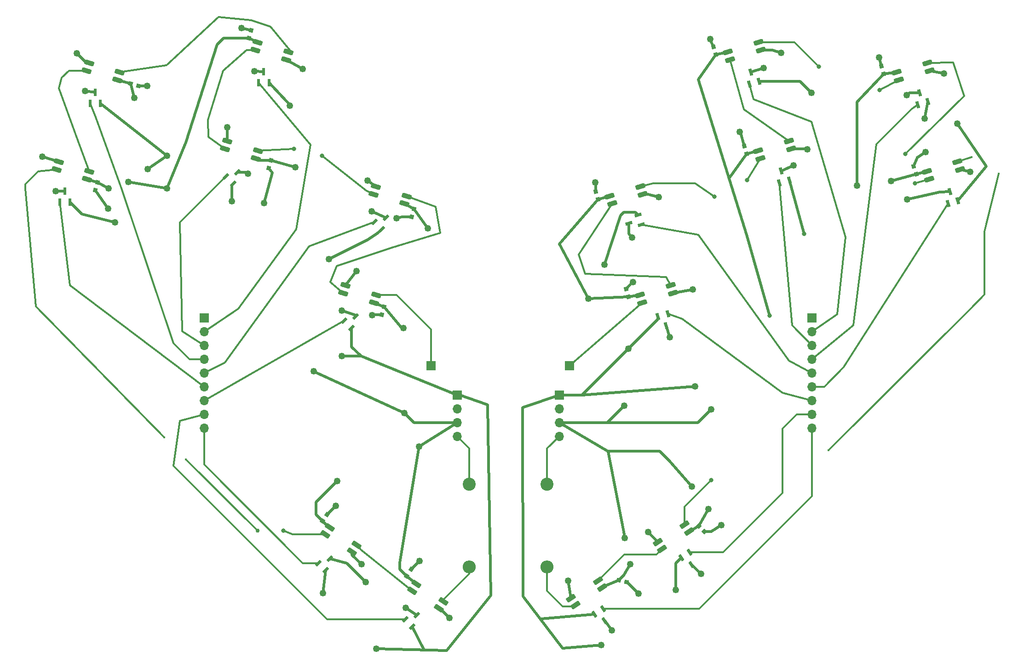
<source format=gbl>
G04 #@! TF.GenerationSoftware,KiCad,Pcbnew,(6.0.10)*
G04 #@! TF.CreationDate,2023-07-31T18:02:39+01:00*
G04 #@! TF.ProjectId,magnetonekeys,6d61676e-6574-46f6-9e65-6b6579732e6b,rev?*
G04 #@! TF.SameCoordinates,Original*
G04 #@! TF.FileFunction,Copper,L2,Bot*
G04 #@! TF.FilePolarity,Positive*
%FSLAX46Y46*%
G04 Gerber Fmt 4.6, Leading zero omitted, Abs format (unit mm)*
G04 Created by KiCad (PCBNEW (6.0.10)) date 2023-07-31 18:02:39*
%MOMM*%
%LPD*%
G01*
G04 APERTURE LIST*
G04 Aperture macros list*
%AMRoundRect*
0 Rectangle with rounded corners*
0 $1 Rounding radius*
0 $2 $3 $4 $5 $6 $7 $8 $9 X,Y pos of 4 corners*
0 Add a 4 corners polygon primitive as box body*
4,1,4,$2,$3,$4,$5,$6,$7,$8,$9,$2,$3,0*
0 Add four circle primitives for the rounded corners*
1,1,$1+$1,$2,$3*
1,1,$1+$1,$4,$5*
1,1,$1+$1,$6,$7*
1,1,$1+$1,$8,$9*
0 Add four rect primitives between the rounded corners*
20,1,$1+$1,$2,$3,$4,$5,0*
20,1,$1+$1,$4,$5,$6,$7,0*
20,1,$1+$1,$6,$7,$8,$9,0*
20,1,$1+$1,$8,$9,$2,$3,0*%
%AMRotRect*
0 Rectangle, with rotation*
0 The origin of the aperture is its center*
0 $1 length*
0 $2 width*
0 $3 Rotation angle, in degrees counterclockwise*
0 Add horizontal line*
21,1,$1,$2,0,0,$3*%
G04 Aperture macros list end*
G04 #@! TA.AperFunction,SMDPad,CuDef*
%ADD10RoundRect,0.225000X0.443559X0.556332X-0.688646X-0.178930X-0.443559X-0.556332X0.688646X0.178930X0*%
G04 #@! TD*
G04 #@! TA.AperFunction,ComponentPad*
%ADD11R,1.700000X1.700000*%
G04 #@! TD*
G04 #@! TA.AperFunction,ComponentPad*
%ADD12O,1.700000X1.700000*%
G04 #@! TD*
G04 #@! TA.AperFunction,SMDPad,CuDef*
%ADD13RoundRect,0.225000X-0.579722X-0.412519X0.711289X-0.017818X0.579722X0.412519X-0.711289X0.017818X0*%
G04 #@! TD*
G04 #@! TA.AperFunction,SMDPad,CuDef*
%ADD14RoundRect,0.225000X-0.688646X0.178930X0.443559X-0.556332X0.688646X-0.178930X-0.443559X0.556332X0*%
G04 #@! TD*
G04 #@! TA.AperFunction,SMDPad,CuDef*
%ADD15RoundRect,0.225000X-0.711289X-0.017818X0.579722X-0.412519X0.711289X0.017818X-0.579722X0.412519X0*%
G04 #@! TD*
G04 #@! TA.AperFunction,SMDPad,CuDef*
%ADD16RoundRect,0.225000X0.711289X0.017818X-0.579722X0.412519X-0.711289X-0.017818X0.579722X-0.412519X0*%
G04 #@! TD*
G04 #@! TA.AperFunction,SMDPad,CuDef*
%ADD17RotRect,0.800000X0.750000X56.000000*%
G04 #@! TD*
G04 #@! TA.AperFunction,SMDPad,CuDef*
%ADD18RotRect,0.800000X0.750000X253.000000*%
G04 #@! TD*
G04 #@! TA.AperFunction,SMDPad,CuDef*
%ADD19RoundRect,0.039200X0.405935X-0.504145X0.054621X0.644951X-0.405935X0.504145X-0.054621X-0.644951X0*%
G04 #@! TD*
G04 #@! TA.AperFunction,SMDPad,CuDef*
%ADD20RoundRect,0.039200X-0.405935X0.504145X-0.054621X-0.644951X0.405935X-0.504145X0.054621X0.644951X0*%
G04 #@! TD*
G04 #@! TA.AperFunction,SMDPad,CuDef*
%ADD21RotRect,0.800000X0.750000X73.000000*%
G04 #@! TD*
G04 #@! TA.AperFunction,SMDPad,CuDef*
%ADD22RotRect,0.800000X0.750000X343.000000*%
G04 #@! TD*
G04 #@! TA.AperFunction,SMDPad,CuDef*
%ADD23RotRect,0.800000X0.750000X107.000000*%
G04 #@! TD*
G04 #@! TA.AperFunction,SMDPad,CuDef*
%ADD24RotRect,0.800000X0.750000X316.000000*%
G04 #@! TD*
G04 #@! TA.AperFunction,SMDPad,CuDef*
%ADD25RoundRect,0.039200X-0.254558X-0.595101X0.595101X0.254558X0.254558X0.595101X-0.595101X-0.254558X0*%
G04 #@! TD*
G04 #@! TA.AperFunction,SMDPad,CuDef*
%ADD26RoundRect,0.039200X-0.529171X0.372724X0.125267X-0.635022X0.529171X-0.372724X-0.125267X0.635022X0*%
G04 #@! TD*
G04 #@! TA.AperFunction,ComponentPad*
%ADD27C,2.400000*%
G04 #@! TD*
G04 #@! TA.AperFunction,ComponentPad*
%ADD28O,2.400000X2.400000*%
G04 #@! TD*
G04 #@! TA.AperFunction,SMDPad,CuDef*
%ADD29RoundRect,0.039200X0.240800X-0.600800X0.240800X0.600800X-0.240800X0.600800X-0.240800X-0.600800X0*%
G04 #@! TD*
G04 #@! TA.AperFunction,SMDPad,CuDef*
%ADD30RoundRect,0.039200X0.504145X0.405935X-0.644951X0.054621X-0.504145X-0.405935X0.644951X-0.054621X0*%
G04 #@! TD*
G04 #@! TA.AperFunction,SMDPad,CuDef*
%ADD31RotRect,0.800000X0.750000X348.000000*%
G04 #@! TD*
G04 #@! TA.AperFunction,ViaPad*
%ADD32C,1.250000*%
G04 #@! TD*
G04 #@! TA.AperFunction,ViaPad*
%ADD33C,0.800000*%
G04 #@! TD*
G04 #@! TA.AperFunction,ViaPad*
%ADD34C,0.450000*%
G04 #@! TD*
G04 #@! TA.AperFunction,ViaPad*
%ADD35C,0.750000*%
G04 #@! TD*
G04 #@! TA.AperFunction,Conductor*
%ADD36C,0.500000*%
G04 #@! TD*
G04 #@! TA.AperFunction,Conductor*
%ADD37C,0.300000*%
G04 #@! TD*
G04 APERTURE END LIST*
D10*
X170897849Y-138676266D03*
X170080891Y-137418260D03*
X165132734Y-140631631D03*
X165949693Y-141889637D03*
D11*
X144170816Y-103174481D03*
D12*
X144170816Y-105714481D03*
X144170816Y-108254481D03*
X144170816Y-110794481D03*
D11*
X209493750Y-88966875D03*
D12*
X209493750Y-91506875D03*
X209493750Y-94046875D03*
X209493750Y-96586875D03*
X209493750Y-99126875D03*
X209493750Y-101666875D03*
X209493750Y-104206875D03*
X209493750Y-106746875D03*
X209493750Y-109286875D03*
D13*
X177834270Y-84708118D03*
X178272827Y-86142575D03*
X183915026Y-84417582D03*
X183476468Y-82983125D03*
D11*
X162975350Y-103174481D03*
D12*
X162975350Y-105714481D03*
X162975350Y-108254481D03*
X162975350Y-110794481D03*
D10*
X186874524Y-128300894D03*
X186057566Y-127042888D03*
X181109409Y-130256259D03*
X181926368Y-131514265D03*
D14*
X120730501Y-127594311D03*
X119913543Y-128852317D03*
X124861699Y-132065688D03*
X125678658Y-130807682D03*
D11*
X97653750Y-88956875D03*
D12*
X97653750Y-91496875D03*
X97653750Y-94036875D03*
X97653750Y-96576875D03*
X97653750Y-99116875D03*
X97653750Y-101656875D03*
X97653750Y-104196875D03*
X97653750Y-106736875D03*
X97653750Y-109276875D03*
D11*
X139408312Y-97786875D03*
X164872750Y-97786875D03*
D15*
X107482650Y-38193391D03*
X107044092Y-39627848D03*
X112686291Y-41352841D03*
X113124848Y-39918384D03*
D16*
X81646762Y-45143390D03*
X82085319Y-43708933D03*
X76443121Y-41983940D03*
X76004563Y-43418397D03*
X134443018Y-67924969D03*
X134881575Y-66490512D03*
X129239377Y-64765519D03*
X128800819Y-66199976D03*
D14*
X136707175Y-137969685D03*
X135890217Y-139227691D03*
X140838373Y-142441062D03*
X141655332Y-141183056D03*
D16*
X107116610Y-59570447D03*
X107555167Y-58135990D03*
X101912969Y-56410997D03*
X101474411Y-57845454D03*
D13*
X172264591Y-66490512D03*
X172703148Y-67924969D03*
X178345347Y-66199976D03*
X177906789Y-64765519D03*
D16*
X128873339Y-86142575D03*
X129311896Y-84708118D03*
X123669698Y-82983125D03*
X123231140Y-84417582D03*
D13*
X194021318Y-39918384D03*
X194459875Y-41352841D03*
X200102074Y-39627848D03*
X199663516Y-38193391D03*
X225060847Y-43708933D03*
X225499404Y-45143390D03*
X231141603Y-43418397D03*
X230703045Y-41983940D03*
X230630528Y-61926539D03*
X231069085Y-63360996D03*
X236711284Y-61636003D03*
X236272726Y-60201546D03*
X199590999Y-58135990D03*
X200029556Y-59570447D03*
X205671755Y-57845454D03*
X205233197Y-56410997D03*
D16*
X76077081Y-63360996D03*
X76515638Y-61926539D03*
X70873440Y-60201546D03*
X70434882Y-61636003D03*
D17*
X119405855Y-126408028D03*
X120244645Y-125164472D03*
D18*
X78036333Y-64025526D03*
X77597775Y-65459984D03*
D19*
X230794644Y-49124152D03*
X228977664Y-49679658D03*
X229286792Y-47441481D03*
D20*
X181151725Y-88718419D03*
X182968705Y-88162913D03*
X182659577Y-90401090D03*
D21*
X105844432Y-37367402D03*
X106282990Y-35932944D03*
D19*
X199755115Y-45333603D03*
X197938135Y-45889109D03*
X198247263Y-43650932D03*
X205324796Y-63551209D03*
X203507816Y-64106715D03*
X203816944Y-61868538D03*
D22*
X84104896Y-45795096D03*
X85539354Y-46233654D03*
D23*
X170119106Y-67088510D03*
X169680548Y-65654052D03*
D24*
X188629617Y-127289442D03*
X189708627Y-128331430D03*
D23*
X222725929Y-43993219D03*
X222287371Y-42558761D03*
D18*
X136280779Y-68937771D03*
X135842221Y-70372229D03*
D25*
X130302916Y-72599808D03*
X128959413Y-71256305D03*
X131080733Y-70478488D03*
D26*
X169427066Y-143572165D03*
X171020540Y-142537351D03*
X171340313Y-144774032D03*
D27*
X146393750Y-119595011D03*
D28*
X146393750Y-134835011D03*
D23*
X197503504Y-58754128D03*
X197064946Y-57319670D03*
X175696202Y-85069816D03*
X175257644Y-83635358D03*
D18*
X130760154Y-86969021D03*
X130321596Y-88403479D03*
X109905838Y-59906254D03*
X109467280Y-61340712D03*
D29*
X78509693Y-49446693D03*
X76609693Y-49446693D03*
X77559693Y-47396693D03*
D30*
X177492676Y-69995101D03*
X178048182Y-71812081D03*
X175810005Y-71502953D03*
D19*
X236364325Y-67341758D03*
X234547345Y-67897264D03*
X234856473Y-65659087D03*
D25*
X124733237Y-90817414D03*
X123389734Y-89473911D03*
X125511054Y-88696094D03*
X135952975Y-145862356D03*
X134609472Y-144518853D03*
X136730792Y-143741036D03*
D31*
X173924802Y-137312187D03*
X175392024Y-137624055D03*
D27*
X160752750Y-119595011D03*
D28*
X160752750Y-134835011D03*
D23*
X228679059Y-62447922D03*
X228240501Y-61013464D03*
X191769653Y-40421341D03*
X191331095Y-38986883D03*
D29*
X72940012Y-67664299D03*
X71040012Y-67664299D03*
X71990012Y-65614299D03*
D25*
X102976508Y-64245286D03*
X101633005Y-62901783D03*
X103754325Y-62123966D03*
D17*
X134883972Y-136508541D03*
X135722762Y-135264985D03*
D26*
X185403741Y-133196793D03*
X186997215Y-132161979D03*
X187316988Y-134398660D03*
D25*
X119976301Y-135486982D03*
X118632798Y-134143479D03*
X120754118Y-133365662D03*
D29*
X109549222Y-45656144D03*
X107649222Y-45656144D03*
X108599222Y-43606144D03*
D32*
X80059625Y-65064375D03*
X83631500Y-63873750D03*
X168343004Y-85430754D03*
X134280147Y-90846772D03*
X117784580Y-98776920D03*
X190399750Y-124156250D03*
X217784125Y-64625000D03*
X137209625Y-112689375D03*
X122139625Y-118988750D03*
X134489625Y-106458750D03*
X190955061Y-105783855D03*
X187430375Y-120015625D03*
X84770250Y-48443125D03*
X90775250Y-65064375D03*
X174921625Y-105106250D03*
X176072236Y-134358879D03*
D33*
X201670695Y-88519778D03*
D32*
X138779117Y-72467383D03*
X114371500Y-61165000D03*
X224009631Y-63706756D03*
X175061725Y-129504275D03*
X127403375Y-137665625D03*
X125693750Y-80326875D03*
X101890250Y-53823125D03*
X133070250Y-70633125D03*
X128500250Y-69303125D03*
X70330250Y-65623125D03*
X221821795Y-40958580D03*
X142740250Y-144213125D03*
X67800250Y-59273125D03*
X79950250Y-68823125D03*
X238590375Y-62045625D03*
X177537250Y-139733125D03*
X206070375Y-60815625D03*
X172641689Y-146557936D03*
X190747250Y-37563125D03*
X176520375Y-82395625D03*
X164602750Y-137356875D03*
X203857250Y-40133125D03*
X128580250Y-88433125D03*
X105728847Y-62364528D03*
X208647250Y-57873125D03*
X127733750Y-63676875D03*
X233750375Y-43935625D03*
X181267250Y-66723125D03*
X87150250Y-46243125D03*
X192770375Y-127125625D03*
X226974125Y-67119375D03*
X134763375Y-142415625D03*
X115723375Y-43075625D03*
X200589471Y-42914721D03*
X179307250Y-128443125D03*
X196237250Y-54653125D03*
X122993750Y-87616875D03*
X189077250Y-136153125D03*
X126590250Y-134363125D03*
X121830250Y-123603125D03*
X75755890Y-47107485D03*
X230380375Y-58385625D03*
X106862049Y-43524924D03*
X104490250Y-35503125D03*
X187587250Y-83743125D03*
X108690250Y-67803125D03*
X226897548Y-47893423D03*
X74200250Y-40173125D03*
X183317250Y-92563125D03*
X137290250Y-133733125D03*
X169647250Y-63963125D03*
X176387250Y-74113125D03*
D33*
X210742750Y-42635011D03*
X221928689Y-46933133D03*
X226652750Y-58775011D03*
X228442750Y-64185011D03*
X190955061Y-118880741D03*
D34*
X243827250Y-62373125D03*
X212521064Y-113388189D03*
X238880375Y-59333125D03*
D32*
X129289625Y-149926875D03*
X102681500Y-67445625D03*
X175678278Y-94674263D03*
X184406618Y-139121383D03*
X81180875Y-71376875D03*
X170714419Y-149241704D03*
X90775250Y-59111250D03*
X113390875Y-49846875D03*
X119519625Y-139688750D03*
X209395244Y-47457701D03*
X230245719Y-52205685D03*
X187978496Y-101616664D03*
X122922125Y-96020625D03*
X87216095Y-61505220D03*
X171281874Y-79131275D03*
X120603539Y-78098586D03*
D33*
X208070310Y-73488125D03*
D32*
X236237250Y-53183125D03*
D33*
X191567726Y-66578462D03*
X197520856Y-63601897D03*
X119350250Y-59111250D03*
X114121500Y-57815000D03*
D34*
X94282750Y-115006250D03*
X90282750Y-111006250D03*
D33*
X112206500Y-128167500D03*
D35*
X107444000Y-128167500D03*
D36*
X169427066Y-143572165D02*
X159583750Y-144416875D01*
X163570663Y-149837017D02*
X170714419Y-149241704D01*
X156323750Y-140306875D02*
X163570663Y-149837017D01*
X156193750Y-105466875D02*
X156323750Y-140306875D01*
X162975350Y-103174481D02*
X156193750Y-105466875D01*
X122139625Y-118988750D02*
X118219625Y-122908750D01*
X144170816Y-108254481D02*
X136285356Y-108254481D01*
X188629617Y-127289442D02*
X186874524Y-128300894D01*
X170119106Y-67088510D02*
X172264591Y-66490512D01*
X78036333Y-64025526D02*
X76077081Y-63360996D01*
X136280779Y-68937771D02*
X134443018Y-67924969D01*
X187390375Y-120015625D02*
X187430375Y-120015625D01*
X224009631Y-63706756D02*
X228679059Y-62447922D01*
X128873339Y-86142575D02*
X130760154Y-86969021D01*
X136285356Y-108254481D02*
X134489625Y-106458750D01*
X188573809Y-45061929D02*
X191769653Y-40421341D01*
X170897849Y-138676266D02*
X171048045Y-138526070D01*
X175696202Y-85069816D02*
X168343004Y-85430754D01*
X188484435Y-108254481D02*
X190955061Y-105783855D01*
X168343004Y-85430754D02*
X163015375Y-75340625D01*
X134205699Y-91056909D02*
X130760154Y-86969021D01*
X109905838Y-59906254D02*
X107452417Y-59906254D01*
X197503504Y-58754128D02*
X199590999Y-58135990D01*
X133637750Y-135262319D02*
X134883972Y-136508541D01*
X101228689Y-37367402D02*
X105844432Y-37367402D01*
X194243457Y-63204801D02*
X197503504Y-58754128D01*
X181430053Y-113522924D02*
X171905045Y-113522924D01*
X94265013Y-56647888D02*
X100012858Y-38583233D01*
X222725929Y-43993219D02*
X225060847Y-43708933D01*
X171773394Y-108254481D02*
X188484435Y-108254481D01*
X162975350Y-108254481D02*
X171905045Y-113522924D01*
X183215992Y-115308863D02*
X181430053Y-113522924D01*
X171048045Y-138526070D02*
X173924802Y-137312187D01*
X114371500Y-61165000D02*
X109905838Y-59906254D01*
X134205699Y-91056909D02*
X134205699Y-90921220D01*
X190399750Y-124156250D02*
X188629617Y-127289442D01*
X105844432Y-37367402D02*
X107482650Y-38193391D01*
X134205699Y-90921220D02*
X134280147Y-90846772D01*
X133637750Y-134120625D02*
X133637750Y-135262319D01*
X201670695Y-88519778D02*
X197503504Y-73636953D01*
X84770250Y-48443125D02*
X84104896Y-45795096D01*
X191769653Y-40421341D02*
X194021318Y-39918384D01*
X137209625Y-112689375D02*
X133637750Y-134120625D01*
X120730501Y-127594311D02*
X120592138Y-127594311D01*
X217784125Y-64625000D02*
X217784125Y-49146875D01*
X118219625Y-122908750D02*
X118219625Y-125221798D01*
X162975350Y-108254481D02*
X171773394Y-108254481D01*
X197503504Y-73636953D02*
X188573809Y-45061929D01*
X176072236Y-134358879D02*
X174881610Y-136355379D01*
X117784580Y-98776920D02*
X117904455Y-98832045D01*
X187390375Y-120015625D02*
X183215992Y-115308863D01*
X80059625Y-65064375D02*
X78036333Y-64025526D01*
X117904455Y-98832045D02*
X134489625Y-106458750D01*
X120592138Y-127594311D02*
X119405855Y-126408028D01*
X138779117Y-72467383D02*
X136280779Y-68937771D01*
X117904455Y-98832045D02*
X117849330Y-98776920D01*
X175020375Y-129305625D02*
X171997217Y-113615096D01*
X107452417Y-59906254D02*
X107116610Y-59570447D01*
X171773394Y-108254481D02*
X174921625Y-105106250D01*
X90775250Y-65064375D02*
X83631500Y-63873750D01*
X175696202Y-85069816D02*
X177834270Y-84708118D01*
X174881610Y-136355379D02*
X173924802Y-137312187D01*
X134883972Y-136508541D02*
X136707175Y-137969685D01*
X222725929Y-43993219D02*
X217784125Y-49146875D01*
X163015375Y-75340625D02*
X170119106Y-67088510D01*
X230630528Y-61926539D02*
X228679059Y-62447922D01*
X90775250Y-65064375D02*
X94265013Y-56647888D01*
X100012858Y-38583233D02*
X101228689Y-37367402D01*
X117849330Y-98776920D02*
X117784580Y-98776920D01*
X144170816Y-108254481D02*
X137209625Y-112689375D01*
X81646762Y-45143390D02*
X84104896Y-45795096D01*
X118219625Y-125221798D02*
X119405855Y-126408028D01*
X202191973Y-39627848D02*
X200102074Y-39627848D01*
X175810005Y-73445880D02*
X175810005Y-71502953D01*
X228860375Y-59445625D02*
X228240501Y-61013464D01*
X105431091Y-62123966D02*
X103754325Y-62123966D01*
X203857250Y-40133125D02*
X202191973Y-39627848D01*
X123923375Y-134165625D02*
X120754118Y-133365662D01*
X124861699Y-132065688D02*
X124861699Y-132634574D01*
X236820128Y-61636003D02*
X236711284Y-61636003D01*
X169680548Y-63996423D02*
X169647250Y-63963125D01*
X110190250Y-62253125D02*
X109467280Y-61340712D01*
X127403375Y-137665625D02*
X123923375Y-134165625D01*
X77597775Y-65459984D02*
X79940250Y-68833125D01*
X191331095Y-38986883D02*
X190817250Y-37713125D01*
X187607250Y-83723125D02*
X187587250Y-83743125D01*
X197064946Y-57319670D02*
X196247250Y-54623125D01*
X122993750Y-87616875D02*
X125511054Y-88433929D01*
X196237250Y-54633125D02*
X196237250Y-54653125D01*
X181109409Y-130256259D02*
X181109409Y-130245284D01*
X226897548Y-47893423D02*
X227418894Y-47441481D01*
X238590375Y-62045625D02*
X236820128Y-61636003D01*
X190918945Y-128331430D02*
X189708627Y-128331430D01*
X87140779Y-46233654D02*
X87150250Y-46243125D01*
X127733750Y-63676875D02*
X129239377Y-64765519D01*
X124861699Y-132634574D02*
X126590250Y-134363125D01*
X187322785Y-134398660D02*
X189077250Y-136153125D01*
X181267250Y-66723125D02*
X179314101Y-66199976D01*
X123669698Y-82983125D02*
X125693750Y-80326875D01*
X208619579Y-57845454D02*
X208647250Y-57873125D01*
X172641689Y-146557936D02*
X171348157Y-144774032D01*
X106282990Y-35932944D02*
X104490250Y-35503125D01*
X198247263Y-43650932D02*
X200589471Y-42914721D01*
X190817250Y-37633125D02*
X190747250Y-37563125D01*
X171348157Y-144774032D02*
X171340313Y-144774032D01*
X135722762Y-135264985D02*
X135758390Y-135264985D01*
X133070250Y-70633125D02*
X134071146Y-70372229D01*
X120268903Y-125164472D02*
X121830250Y-123603125D01*
X231141603Y-43437478D02*
X231141603Y-43418397D01*
X187316988Y-134398660D02*
X187322785Y-134398660D01*
X165132734Y-140488609D02*
X165132734Y-140631631D01*
X70330250Y-65623125D02*
X71990012Y-65614299D01*
X175257644Y-83635358D02*
X176497377Y-82395625D01*
X182659577Y-90401090D02*
X183317250Y-92563125D01*
X233057250Y-65793125D02*
X234856473Y-65659087D01*
X85539354Y-46233654D02*
X87140779Y-46233654D01*
X233750375Y-43935625D02*
X231141603Y-43437478D01*
X76443121Y-41983940D02*
X76011065Y-41983940D01*
X76011065Y-41983940D02*
X74200250Y-40173125D01*
X101912969Y-53845844D02*
X101890250Y-53823125D01*
X176387250Y-74113125D02*
X175810005Y-73445880D01*
X112686291Y-41379166D02*
X112686291Y-41352841D01*
X203921837Y-61868538D02*
X203816944Y-61868538D01*
X227418894Y-47441481D02*
X229286792Y-47441481D01*
X115723375Y-43075625D02*
X112686291Y-41379166D01*
X176497377Y-82395625D02*
X176520375Y-82395625D01*
X181109409Y-130245284D02*
X179307250Y-128443125D01*
X175428180Y-137624055D02*
X177537250Y-139733125D01*
X128609896Y-88403479D02*
X128580250Y-88433125D01*
X105728847Y-62364528D02*
X105431091Y-62123966D01*
X106862049Y-43524924D02*
X108599222Y-43606144D01*
X196247250Y-54623125D02*
X196237250Y-54633125D01*
X222287371Y-42558761D02*
X221821795Y-40958580D01*
X183915026Y-84417582D02*
X187607250Y-83723125D01*
X226974125Y-67119375D02*
X233057250Y-65793125D01*
X140968187Y-142441062D02*
X142740250Y-144213125D01*
X101912969Y-56410997D02*
X101912969Y-53845844D01*
X108690250Y-67803125D02*
X110190250Y-62253125D01*
X134071146Y-70372229D02*
X135842221Y-70372229D01*
X134763375Y-142415625D02*
X136730792Y-143741036D01*
X140838373Y-142441062D02*
X140968187Y-142441062D01*
X130321596Y-88403479D02*
X128609896Y-88403479D01*
X70873440Y-60201546D02*
X67800250Y-59273125D01*
X120244645Y-125164472D02*
X120268903Y-125164472D01*
X190817250Y-37713125D02*
X190817250Y-37633125D01*
X169680548Y-65654052D02*
X169680548Y-63996423D01*
X125511054Y-88433929D02*
X125511054Y-88696094D01*
X206070375Y-60815625D02*
X203921837Y-61868538D01*
X135758390Y-135264985D02*
X137290250Y-133733125D01*
X77559693Y-47396693D02*
X75755890Y-47107485D01*
X175392024Y-137624055D02*
X175428180Y-137624055D01*
X164602750Y-137356875D02*
X165132734Y-140488609D01*
X179314101Y-66199976D02*
X178345347Y-66199976D01*
X79940250Y-68833125D02*
X79950250Y-68823125D01*
X205671755Y-57845454D02*
X208619579Y-57845454D01*
X192770375Y-127125625D02*
X190918945Y-128331430D01*
X128500250Y-69303125D02*
X131080733Y-70478488D01*
X230380375Y-58385625D02*
X228860375Y-59445625D01*
D37*
X160752750Y-113017081D02*
X160752750Y-119595011D01*
X162975350Y-110794481D02*
X160752750Y-113017081D01*
X205242573Y-96854160D02*
X209489000Y-99116261D01*
X178048182Y-71812081D02*
X188573809Y-73636953D01*
X188573809Y-73636953D02*
X205242573Y-96854160D01*
X185597244Y-89115091D02*
X204051947Y-102807290D01*
X182968705Y-88162913D02*
X185597244Y-89115091D01*
X204051947Y-102807290D02*
X209489000Y-104196261D01*
X209409764Y-52800998D02*
X215643750Y-74036875D01*
X215643750Y-74036875D02*
X214143750Y-88286875D01*
X205837886Y-90305717D02*
X209489000Y-94036261D01*
X198694130Y-48633807D02*
X209409764Y-52800998D01*
X203507816Y-64106715D02*
X205837886Y-90305717D01*
X197938135Y-45889109D02*
X198694130Y-48633807D01*
X214143750Y-88286875D02*
X209489000Y-91496261D01*
X221316024Y-56968189D02*
X217148833Y-90305717D01*
X228977664Y-49679658D02*
X227864467Y-50419746D01*
X227864467Y-50419746D02*
X221316024Y-56968189D01*
X217148833Y-90305717D02*
X209489000Y-96576261D01*
X215362894Y-98044786D02*
X211751419Y-101656261D01*
X211751419Y-101656261D02*
X209489000Y-101656261D01*
X234547345Y-67897264D02*
X215362894Y-98044786D01*
X188729719Y-142537351D02*
X209489000Y-121778070D01*
X209489000Y-121778070D02*
X209489000Y-109276261D01*
X171020540Y-142537351D02*
X188729719Y-142537351D01*
X204051947Y-121261993D02*
X204051947Y-109355733D01*
X206671419Y-106736261D02*
X209489000Y-106736261D01*
X186997215Y-132161979D02*
X193151961Y-132161979D01*
X204051947Y-109355733D02*
X206671419Y-106736261D01*
X193151961Y-132161979D02*
X204051947Y-121261993D01*
X178272827Y-86142575D02*
X164872750Y-97786875D01*
X172703148Y-67924969D02*
X166564580Y-77294096D01*
X167755206Y-80865974D02*
X182638031Y-81461287D01*
X182638031Y-81461287D02*
X183476468Y-82983125D01*
X166564580Y-77294096D02*
X167755206Y-80865974D01*
X133040868Y-84708118D02*
X129311896Y-84708118D01*
X139408312Y-91075562D02*
X133040868Y-84708118D01*
X139408312Y-97786875D02*
X139408312Y-91075562D01*
X196925543Y-50505011D02*
X205233197Y-56410997D01*
X194459875Y-41352841D02*
X196925543Y-50505011D01*
X210742750Y-42635011D02*
X206301130Y-38193391D01*
X225499404Y-45143390D02*
X221928689Y-46933133D01*
X206301130Y-38193391D02*
X199663516Y-38193391D01*
X226652750Y-58775011D02*
X237532750Y-48035011D01*
X237532750Y-48035011D02*
X235482750Y-41915011D01*
X235482750Y-41915011D02*
X230703045Y-41983940D01*
X231069085Y-63360996D02*
X228442750Y-64185011D01*
X186057566Y-123778236D02*
X190955061Y-118880741D01*
X243827250Y-62373125D02*
X241261625Y-73072500D01*
X238880375Y-59333125D02*
X236272726Y-60201546D01*
X186057566Y-127042888D02*
X186057566Y-123778236D01*
X238580101Y-87329152D02*
X212521064Y-113388189D01*
X238580101Y-87329152D02*
X241261625Y-84647628D01*
X241261625Y-84647628D02*
X241261625Y-73072500D01*
X170080891Y-137418260D02*
X174926211Y-132572940D01*
X180867693Y-132572940D02*
X181926368Y-131514265D01*
X174926211Y-132572940D02*
X180867693Y-132572940D01*
X160752750Y-139280035D02*
X163570663Y-142097948D01*
X165741382Y-142097948D02*
X165949693Y-141889637D01*
X160752750Y-134835011D02*
X160752750Y-139280035D01*
X163570663Y-142097948D02*
X165741382Y-142097948D01*
D36*
X184406618Y-139121383D02*
X184406618Y-134193916D01*
X102681500Y-67445625D02*
X102681500Y-64540294D01*
X81180875Y-71376875D02*
X75102588Y-69826875D01*
X113390875Y-49846875D02*
X113390875Y-49716875D01*
X135952975Y-145862356D02*
X137990250Y-150023125D01*
X230245719Y-52205685D02*
X230794644Y-49124152D01*
X176967337Y-69469762D02*
X177492676Y-69995101D01*
X113390875Y-49716875D02*
X109549222Y-45656144D01*
X171281874Y-79131275D02*
X174286297Y-70065075D01*
X208070310Y-73488125D02*
X205324796Y-63551209D01*
X144745356Y-103174481D02*
X144170816Y-103174481D01*
X142250250Y-150293125D02*
X150389625Y-140128750D01*
X129289625Y-149926875D02*
X142250250Y-150293125D01*
X119519625Y-139688750D02*
X119976301Y-135486982D01*
X162975350Y-103174481D02*
X167178059Y-103174481D01*
X122922125Y-96020625D02*
X126494000Y-96020625D01*
X144170816Y-103174481D02*
X126494000Y-96020625D01*
X174881610Y-69469762D02*
X176967337Y-69469762D01*
X90775250Y-59111250D02*
X87216095Y-61505220D01*
X102681500Y-64540294D02*
X102976508Y-64245286D01*
X149833750Y-104983125D02*
X144745356Y-103174481D01*
X167178059Y-103174481D02*
X187978496Y-101616664D01*
X78509693Y-49446693D02*
X90775250Y-59111250D01*
X174286297Y-70065075D02*
X174881610Y-69469762D01*
X184406618Y-134193916D02*
X185403741Y-133196793D01*
X175678278Y-94674263D02*
X181151725Y-89200815D01*
X126494000Y-96020625D02*
X124733237Y-94259862D01*
X209395244Y-47457701D02*
X207271146Y-45333603D01*
X181151725Y-89200815D02*
X181151725Y-88718419D01*
X236237250Y-53183125D02*
X241596625Y-61053125D01*
X207271146Y-45333603D02*
X199755115Y-45333603D01*
X167178059Y-103174481D02*
X175678278Y-94674263D01*
X124733237Y-94259862D02*
X124733237Y-90817414D01*
X241596625Y-61053125D02*
X236364325Y-67341758D01*
X150389625Y-140128750D02*
X149833750Y-104983125D01*
X127684625Y-74589375D02*
X120603539Y-78098586D01*
X129503974Y-73398750D02*
X127684625Y-74589375D01*
X130302916Y-72599808D02*
X129503974Y-73398750D01*
X75102588Y-69826875D02*
X72940012Y-67664299D01*
D37*
X191567726Y-66578462D02*
X187995848Y-64197210D01*
X180256779Y-64197210D02*
X177906789Y-64765519D01*
X187995848Y-64197210D02*
X180256779Y-64197210D01*
X200029556Y-59570447D02*
X197520856Y-63601897D01*
X141655332Y-140865543D02*
X141655332Y-141183056D01*
X146393750Y-134835011D02*
X146393750Y-136127125D01*
X146393750Y-136127125D02*
X141655332Y-140865543D01*
X128800819Y-66199976D02*
X127380250Y-65423125D01*
X127380250Y-65423125D02*
X119350250Y-59111250D01*
X114121500Y-57815000D02*
X107555167Y-58135990D01*
X120881500Y-82405000D02*
X123231140Y-84417582D01*
X140191500Y-68465000D02*
X141111500Y-73285000D01*
X132220250Y-76003125D02*
X122001500Y-79375000D01*
X122001500Y-79375000D02*
X120881500Y-82405000D01*
X141111500Y-73285000D02*
X132220250Y-76003125D01*
X134881575Y-66490512D02*
X140191500Y-68465000D01*
X101101500Y-43405000D02*
X98351500Y-52465000D01*
X98351500Y-52465000D02*
X98431500Y-55585000D01*
X105456118Y-39627848D02*
X101101500Y-43405000D01*
X98431500Y-55585000D02*
X101474411Y-57845454D01*
X107044092Y-39627848D02*
X105456118Y-39627848D01*
X90699442Y-42442500D02*
X100250250Y-33483125D01*
X109825250Y-35298750D02*
X113397125Y-39646107D01*
X82085319Y-43708933D02*
X90699442Y-42442500D01*
X106253375Y-34108125D02*
X109825250Y-35298750D01*
X100250250Y-33483125D02*
X106253375Y-34108125D01*
X113397125Y-39646107D02*
X113124848Y-39918384D01*
X70910250Y-46603125D02*
X71410250Y-44693125D01*
X71410250Y-44693125D02*
X72734978Y-43418397D01*
X76515638Y-61926539D02*
X74106500Y-55539375D01*
X72734978Y-43418397D02*
X76004563Y-43418397D01*
X74106500Y-55539375D02*
X70910250Y-46603125D01*
X94282750Y-115006250D02*
X107444000Y-128167500D01*
X67110250Y-61923125D02*
X64690250Y-64343125D01*
X70434882Y-61636003D02*
X67110250Y-61923125D01*
X64690250Y-64343125D02*
X64690250Y-65053125D01*
X66656697Y-86823750D02*
X90282750Y-111006250D01*
X112206500Y-128167500D02*
X113902933Y-128852317D01*
X64690250Y-65053125D02*
X66656697Y-86823750D01*
X113902933Y-128852317D02*
X119913543Y-128852317D01*
X103893750Y-87286875D02*
X97653750Y-91496875D01*
X114593750Y-72586875D02*
X103893750Y-87286875D01*
X117193750Y-57086875D02*
X114593750Y-72586875D01*
X107649222Y-45656144D02*
X117193750Y-57086875D01*
X101633005Y-62901783D02*
X93156500Y-71378288D01*
X93156500Y-71378288D02*
X93593750Y-91386875D01*
X93593750Y-91386875D02*
X97657166Y-94036261D01*
X94902761Y-96576261D02*
X97657166Y-96576261D01*
X91965875Y-93639375D02*
X94902761Y-96576261D01*
X82440875Y-65064375D02*
X91965875Y-93639375D01*
X76609693Y-49446693D02*
X77678375Y-51967500D01*
X77678375Y-51967500D02*
X82440875Y-65064375D01*
X101490875Y-97211250D02*
X97657166Y-99116261D01*
X128959413Y-71256305D02*
X116969000Y-75780000D01*
X116969000Y-75780000D02*
X101490875Y-97211250D01*
X72915875Y-82923750D02*
X71040012Y-67664299D01*
X97657166Y-101656261D02*
X72915875Y-82923750D01*
X123389734Y-89473911D02*
X97657166Y-104196261D01*
X91965875Y-116261250D02*
X93156500Y-107926875D01*
X93156500Y-107926875D02*
X97657166Y-106736261D01*
X134609472Y-144518853D02*
X120223478Y-144518853D01*
X120223478Y-144518853D02*
X91965875Y-116261250D01*
X115801229Y-134143479D02*
X97657166Y-115999416D01*
X97657166Y-115999416D02*
X97657166Y-109276261D01*
X118632798Y-134143479D02*
X115801229Y-134143479D01*
X144170816Y-110794481D02*
X146393750Y-113017415D01*
X146393750Y-113017415D02*
X146393750Y-119595011D01*
X135890217Y-139227691D02*
X126494000Y-131739375D01*
X126494000Y-131739375D02*
X125678658Y-130807682D01*
M02*

</source>
